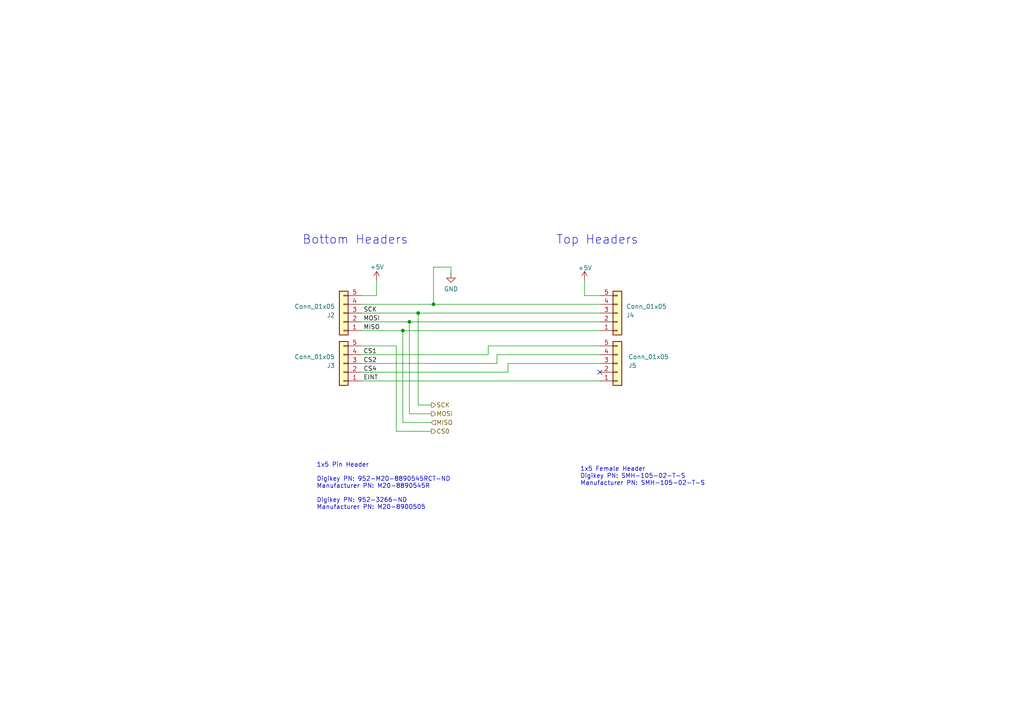
<source format=kicad_sch>
(kicad_sch (version 20250114) (generator "eeschema") (generator_version "9.0")
  (paper "A4")
  (lib_symbols
    (symbol "Connector_Generic:Conn_01x05" (pin_names (offset 1.016) (hide yes))
      (property "Reference" "J" (at 0 7.62 0))
      (property "Value" "Conn_01x05" (at 0 -7.62 0))
      (symbol "Conn_01x05_1_1"
        (rectangle (start -1.27 6.35) (end 1.27 -6.35) (stroke (width 0.254)) (fill (type background)))
        (rectangle (start -1.27 5.207) (end 0 4.953) (stroke (width 0.1524)))
        (rectangle (start -1.27 2.667) (end 0 2.413) (stroke (width 0.1524)))
        (rectangle (start -1.27 0.127) (end 0 -0.127) (stroke (width 0.1524)))
        (rectangle (start -1.27 -2.413) (end 0 -2.667) (stroke (width 0.1524)))
        (rectangle (start -1.27 -4.953) (end 0 -5.207) (stroke (width 0.1524)))
        (pin passive line (at -5.08 5.08 0) (length 3.81) (name "Pin_1") (number "1"))
        (pin passive line (at -5.08 2.54 0) (length 3.81) (name "Pin_2") (number "2"))
        (pin passive line (at -5.08 0 0) (length 3.81) (name "Pin_3") (number "3"))
        (pin passive line (at -5.08 -2.54 0) (length 3.81) (name "Pin_4") (number "4"))
        (pin passive line (at -5.08 -5.08 0) (length 3.81) (name "Pin_5") (number "5"))
      )
    )
    (symbol "power:+5V" (power) (pin_numbers (hide yes)) (pin_names (offset 0) (hide yes))
      (property "Value" "+5V" (at 0 3.556 0))
      (symbol "+5V_0_1"
        (polyline (pts (xy -0.762 1.27) (xy 0 2.54)))
        (polyline (pts (xy 0 2.54) (xy 0.762 1.27)))
        (polyline (pts (xy 0 0) (xy 0 2.54)))
      )
      (symbol "+5V_1_1"
        (pin power_in line (at 0 0 90) (length 0) (name "~") (number "1"))
      )
    )
    (symbol "power:GND" (power) (pin_numbers (hide yes)) (pin_names (offset 0) (hide yes))
      (property "Value" "GND" (at 0 -3.81 0))
      (symbol "GND_0_1"
        (polyline (pts (xy 0 0) (xy 0 -1.27) (xy 1.27 -1.27) (xy 0 -2.54) (xy -1.27 -1.27) (xy 0 -1.27)))
      )
      (symbol "GND_1_1"
        (pin power_in line (at 0 0 270) (length 0) (name "~") (number "1"))
      )
    )
  )
  (text "1x5 Pin Header\n\nDigikey PN: 952-M20-8890545RCT-ND\nManufacturer PN: M20-8890545R\n\nDigikey PN: 952-3266-ND\nManufacturer PN: M20-8900505" (at 91.821 147.955 0) (effects (font (size 1.27 1.27)) (justify left bottom)))
  (text "Top Headers" (at 161.29 71.12 0) (effects (font (size 2.54 2.54)) (justify left bottom)))
  (text "1x5 Female Header\nDigikey PN: SMH-105-02-T-S\nManufacturer PN: SMH-105-02-T-S" (at 168.275 140.97 0) (effects (font (size 1.27 1.27)) (justify left bottom)))
  (text "Bottom Headers" (at 87.63 71.12 0) (effects (font (size 2.54 2.54)) (justify left bottom)))
  (junction (at 116.84 95.885))
  (junction (at 121.285 90.805))
  (junction (at 125.73 88.265))
  (junction (at 118.745 93.345))
  (no_connect (at 173.99 107.95))
  (wire (pts (xy 114.935 100.33) (xy 104.775 100.33)))
  (wire (pts (xy 125.095 125.095) (xy 114.935 125.095)))
  (wire (pts (xy 104.775 110.49) (xy 173.99 110.49)))
  (wire (pts (xy 121.285 90.805) (xy 121.285 117.475)))
  (wire (pts (xy 125.73 77.47) (xy 130.81 77.47)))
  (wire (pts (xy 125.73 88.265) (xy 125.73 77.47)))
  (wire (pts (xy 173.99 85.725) (xy 169.545 85.725)))
  (wire (pts (xy 141.605 102.87) (xy 141.605 100.33)))
  (wire (pts (xy 116.84 95.885) (xy 116.84 122.555)))
  (wire (pts (xy 116.84 95.885) (xy 173.99 95.885)))
  (wire (pts (xy 144.145 102.87) (xy 173.99 102.87)))
  (wire (pts (xy 121.285 90.805) (xy 173.99 90.805)))
  (wire (pts (xy 118.745 120.015) (xy 125.095 120.015)))
  (wire (pts (xy 125.73 88.265) (xy 173.99 88.265)))
  (wire (pts (xy 104.775 90.805) (xy 121.285 90.805)))
  (wire (pts (xy 104.775 85.725) (xy 109.22 85.725)))
  (wire (pts (xy 130.81 77.47) (xy 130.81 79.375)))
  (wire (pts (xy 118.745 93.345) (xy 173.99 93.345)))
  (wire (pts (xy 116.84 122.555) (xy 125.095 122.555)))
  (wire (pts (xy 104.775 93.345) (xy 118.745 93.345)))
  (wire (pts (xy 141.605 100.33) (xy 173.99 100.33)))
  (wire (pts (xy 104.775 105.41) (xy 144.145 105.41)))
  (wire (pts (xy 147.32 107.95) (xy 147.32 105.41)))
  (wire (pts (xy 144.145 105.41) (xy 144.145 102.87)))
  (wire (pts (xy 114.935 125.095) (xy 114.935 100.33)))
  (wire (pts (xy 147.32 105.41) (xy 173.99 105.41)))
  (wire (pts (xy 104.775 107.95) (xy 147.32 107.95)))
  (wire (pts (xy 169.545 81.28) (xy 169.545 85.725)))
  (wire (pts (xy 104.775 88.265) (xy 125.73 88.265)))
  (wire (pts (xy 104.775 102.87) (xy 141.605 102.87)))
  (wire (pts (xy 121.285 117.475) (xy 125.095 117.475)))
  (wire (pts (xy 109.22 81.28) (xy 109.22 85.725)))
  (wire (pts (xy 104.775 95.885) (xy 116.84 95.885)))
  (wire (pts (xy 118.745 93.345) (xy 118.745 120.015)))
  (label "CS1" (at 105.41 102.87 0))
  (label "MOSI" (at 105.41 93.345 0))
  (label "SCK" (at 105.41 90.805 0))
  (label "CS2" (at 105.41 105.41 0))
  (label "EINT" (at 105.41 110.49 0))
  (label "MISO" (at 105.41 95.885 0))
  (label "CS4" (at 105.41 107.95 0))
  (hierarchical_label "CS0" (shape output) (at 125.095 125.095 0))
  (hierarchical_label "MOSI" (shape output) (at 125.095 120.015 0))
  (hierarchical_label "SCK" (shape output) (at 125.095 117.475 0))
  (hierarchical_label "MISO" (shape input) (at 125.095 122.555 0))
  (symbol (lib_id "power:+5V") (at 169.545 81.28 0) (unit 1)
    (property "Reference" "#PWR0124" (effects (hide yes)))
    (property "Value" "+5V" (at 169.672 77.724 0))
  )
  (symbol (lib_id "power:+5V") (at 109.22 81.28 0) (mirror y) (unit 1)
    (property "Reference" "#PWR0122" (effects (hide yes)))
    (property "Value" "+5V" (at 109.347 77.47 0))
  )
  (symbol (lib_id "power:GND") (at 130.81 79.375 0) (unit 1)
    (property "Reference" "#PWR0123" (effects (hide yes)))
    (property "Value" "GND" (at 130.81 83.82 0))
  )
  (symbol (lib_id "Connector_Generic:Conn_01x05") (at 179.07 105.41 0) (mirror x) (unit 1)
    (property "Reference" "J5" (at 182.245 106.045 0) (effects (justify left)))
    (property "Value" "Conn_01x05" (at 182.245 103.505 0) (effects (justify left)))
    (property "Footprint" "panel_custom:ConnRcpt_1x5_SMH-105-02-X-S" (effects (hide yes)))
    (property "LCSC Part #" "C21116902 " (effects (hide yes)))
  )
  (symbol (lib_id "Connector_Generic:Conn_01x05") (at 99.695 90.805 180) (unit 1)
    (property "Reference" "J2" (at 97.155 91.44 0) (effects (justify left)))
    (property "Value" "Conn_01x05" (at 97.155 88.9 0) (effects (justify left)))
    (property "Footprint" "panel_custom:PinHeader_1x5_M20-8890545R" (effects (hide yes)))
  )
  (symbol (lib_id "Connector_Generic:Conn_01x05") (at 179.07 90.805 0) (mirror x) (unit 1)
    (property "Reference" "J4" (at 181.61 91.44 0) (effects (justify left)))
    (property "Value" "Conn_01x05" (at 181.61 88.9 0) (effects (justify left)))
    (property "Footprint" "panel_custom:ConnRcpt_1x5_SMH-105-02-X-S" (effects (hide yes)))
    (property "LCSC Part #" "C21116902 " (effects (hide yes)))
  )
  (symbol (lib_id "Connector_Generic:Conn_01x05") (at 99.695 105.41 180) (unit 1)
    (property "Reference" "J3" (at 97.155 106.045 0) (effects (justify left)))
    (property "Value" "Conn_01x05" (at 97.155 103.505 0) (effects (justify left)))
    (property "Footprint" "panel_custom:PinHeader_1x5_M20-8890545R" (effects (hide yes)))
  )
)
</source>
